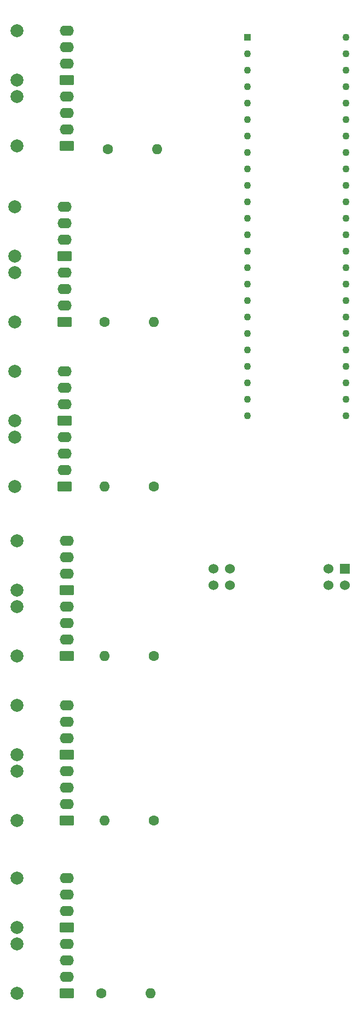
<source format=gbr>
%TF.GenerationSoftware,KiCad,Pcbnew,(6.0.8)*%
%TF.CreationDate,2023-01-05T07:28:54-08:00*%
%TF.ProjectId,Test,54657374-2e6b-4696-9361-645f70636258,Rev0.1*%
%TF.SameCoordinates,Original*%
%TF.FileFunction,Soldermask,Top*%
%TF.FilePolarity,Negative*%
%FSLAX46Y46*%
G04 Gerber Fmt 4.6, Leading zero omitted, Abs format (unit mm)*
G04 Created by KiCad (PCBNEW (6.0.8)) date 2023-01-05 07:28:54*
%MOMM*%
%LPD*%
G01*
G04 APERTURE LIST*
G04 Aperture macros list*
%AMRoundRect*
0 Rectangle with rounded corners*
0 $1 Rounding radius*
0 $2 $3 $4 $5 $6 $7 $8 $9 X,Y pos of 4 corners*
0 Add a 4 corners polygon primitive as box body*
4,1,4,$2,$3,$4,$5,$6,$7,$8,$9,$2,$3,0*
0 Add four circle primitives for the rounded corners*
1,1,$1+$1,$2,$3*
1,1,$1+$1,$4,$5*
1,1,$1+$1,$6,$7*
1,1,$1+$1,$8,$9*
0 Add four rect primitives between the rounded corners*
20,1,$1+$1,$2,$3,$4,$5,0*
20,1,$1+$1,$4,$5,$6,$7,0*
20,1,$1+$1,$6,$7,$8,$9,0*
20,1,$1+$1,$8,$9,$2,$3,0*%
G04 Aperture macros list end*
%ADD10RoundRect,0.249600X0.850400X0.550400X-0.850400X0.550400X-0.850400X-0.550400X0.850400X-0.550400X0*%
%ADD11O,2.200000X1.600000*%
%ADD12C,2.000000*%
%ADD13O,1.600000X1.600000*%
%ADD14C,1.600000*%
%ADD15R,1.524000X1.524000*%
%ADD16C,1.524000*%
%ADD17R,1.100000X1.100000*%
%ADD18C,1.100000*%
G04 APERTURE END LIST*
D10*
%TO.C,J8*%
X53340000Y-144780000D03*
D11*
X53340000Y-142240000D03*
X53340000Y-139700000D03*
X53340000Y-137160000D03*
D12*
X45640000Y-137160000D03*
X45640000Y-144780000D03*
%TD*%
D10*
%TO.C,J4*%
X53035000Y-67830000D03*
D11*
X53035000Y-65290000D03*
X53035000Y-62750000D03*
X53035000Y-60210000D03*
D12*
X45335000Y-60210000D03*
X45335000Y-67830000D03*
%TD*%
D10*
%TO.C,J5*%
X53340000Y-161290000D03*
D11*
X53340000Y-158750000D03*
X53340000Y-156210000D03*
X53340000Y-153670000D03*
D12*
X45640000Y-153670000D03*
X45640000Y-161290000D03*
%TD*%
D13*
%TO.C,R1*%
X67310000Y-41148000D03*
D14*
X59690000Y-41148000D03*
%TD*%
%TO.C,R5*%
X66802000Y-144780000D03*
D13*
X59182000Y-144780000D03*
%TD*%
D14*
%TO.C,R2*%
X59182000Y-67818000D03*
D13*
X66802000Y-67818000D03*
%TD*%
D14*
%TO.C,R6*%
X58674000Y-171450000D03*
D13*
X66294000Y-171450000D03*
%TD*%
D10*
%TO.C,J1*%
X53340000Y-30480000D03*
D11*
X53340000Y-27940000D03*
X53340000Y-25400000D03*
X53340000Y-22860000D03*
D12*
X45640000Y-22860000D03*
X45640000Y-30480000D03*
%TD*%
D10*
%TO.C,J2*%
X53340000Y-40652000D03*
D11*
X53340000Y-38112000D03*
X53340000Y-35572000D03*
X53340000Y-33032000D03*
D12*
X45640000Y-33032000D03*
X45640000Y-40652000D03*
%TD*%
D10*
%TO.C,J10*%
X53340000Y-119380000D03*
D11*
X53340000Y-116840000D03*
X53340000Y-114300000D03*
X53340000Y-111760000D03*
D12*
X45640000Y-111760000D03*
X45640000Y-119380000D03*
%TD*%
D15*
%TO.C,U1*%
X96360000Y-105960000D03*
D16*
X93820000Y-105960000D03*
X78580000Y-105960000D03*
X76040000Y-105960000D03*
X76040000Y-108500000D03*
X78580000Y-108500000D03*
X93820000Y-108500000D03*
X96360000Y-108500000D03*
%TD*%
D17*
%TO.C,J13*%
X81280000Y-23876000D03*
D18*
X81280000Y-26416000D03*
X81280000Y-28956000D03*
X81280000Y-31496000D03*
X81280000Y-34036000D03*
X81280000Y-36576000D03*
X81280000Y-39116000D03*
X81280000Y-41656000D03*
X81280000Y-44196000D03*
X81280000Y-46736000D03*
X81280000Y-49276000D03*
X81280000Y-51816000D03*
X81280000Y-54356000D03*
X81280000Y-56896000D03*
X81280000Y-59436000D03*
X81280000Y-61976000D03*
X81280000Y-64516000D03*
X81280000Y-67056000D03*
X81280000Y-69596000D03*
X81280000Y-72136000D03*
X81280000Y-74676000D03*
X81280000Y-77216000D03*
X81280000Y-79756000D03*
X81280000Y-82296000D03*
X96520000Y-82296000D03*
X96520000Y-79756000D03*
X96520000Y-77216000D03*
X96520000Y-74676000D03*
X96520000Y-72136000D03*
X96520000Y-69596000D03*
X96520000Y-67056000D03*
X96520000Y-64516000D03*
X96520000Y-61976000D03*
X96520000Y-59436000D03*
X96520000Y-56896000D03*
X96520000Y-54356000D03*
X96520000Y-51816000D03*
X96520000Y-49276000D03*
X96520000Y-46736000D03*
X96520000Y-44196000D03*
X96520000Y-41656000D03*
X96520000Y-39116000D03*
X96520000Y-36576000D03*
X96520000Y-34036000D03*
X96520000Y-31496000D03*
X96520000Y-28956000D03*
X96520000Y-26416000D03*
X96520000Y-23876000D03*
%TD*%
D10*
%TO.C,J12*%
X53035000Y-93230000D03*
D11*
X53035000Y-90690000D03*
X53035000Y-88150000D03*
X53035000Y-85610000D03*
D12*
X45335000Y-85610000D03*
X45335000Y-93230000D03*
%TD*%
D10*
%TO.C,J7*%
X53340000Y-134620000D03*
D11*
X53340000Y-132080000D03*
X53340000Y-129540000D03*
X53340000Y-127000000D03*
D12*
X45640000Y-127000000D03*
X45640000Y-134620000D03*
%TD*%
D10*
%TO.C,J11*%
X53035000Y-83070000D03*
D11*
X53035000Y-80530000D03*
X53035000Y-77990000D03*
X53035000Y-75450000D03*
D12*
X45335000Y-75450000D03*
X45335000Y-83070000D03*
%TD*%
D10*
%TO.C,J6*%
X53340000Y-171450000D03*
D11*
X53340000Y-168910000D03*
X53340000Y-166370000D03*
X53340000Y-163830000D03*
D12*
X45640000Y-163830000D03*
X45640000Y-171450000D03*
%TD*%
D10*
%TO.C,J9*%
X53340000Y-109220000D03*
D11*
X53340000Y-106680000D03*
X53340000Y-104140000D03*
X53340000Y-101600000D03*
D12*
X45640000Y-101600000D03*
X45640000Y-109220000D03*
%TD*%
D14*
%TO.C,R3*%
X66802000Y-93218000D03*
D13*
X59182000Y-93218000D03*
%TD*%
D14*
%TO.C,R4*%
X66802000Y-119380000D03*
D13*
X59182000Y-119380000D03*
%TD*%
D10*
%TO.C,J3*%
X53035000Y-57670000D03*
D11*
X53035000Y-55130000D03*
X53035000Y-52590000D03*
X53035000Y-50050000D03*
D12*
X45335000Y-50050000D03*
X45335000Y-57670000D03*
%TD*%
M02*

</source>
